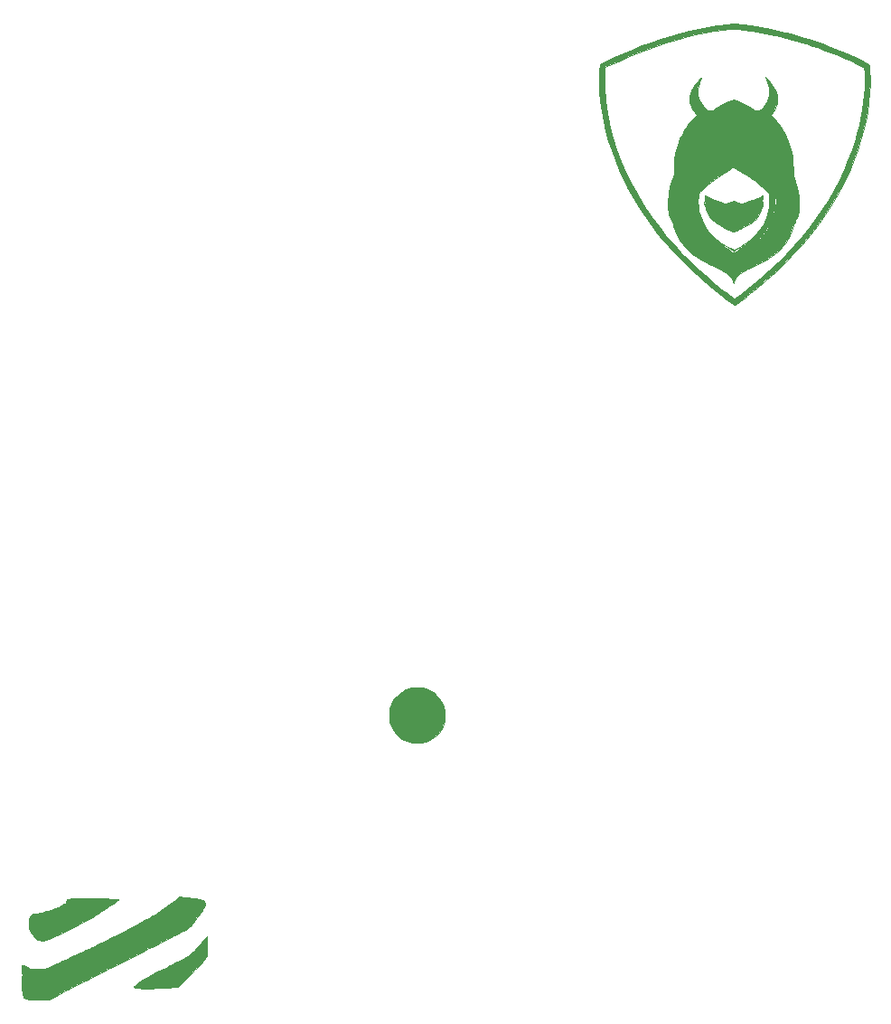
<source format=gbr>
%TF.GenerationSoftware,KiCad,Pcbnew,(6.0.11)*%
%TF.CreationDate,2023-04-07T19:54:21-05:00*%
%TF.ProjectId,GamePip,47616d65-5069-4702-9e6b-696361645f70,rev?*%
%TF.SameCoordinates,Original*%
%TF.FileFunction,Soldermask,Top*%
%TF.FilePolarity,Negative*%
%FSLAX46Y46*%
G04 Gerber Fmt 4.6, Leading zero omitted, Abs format (unit mm)*
G04 Created by KiCad (PCBNEW (6.0.11)) date 2023-04-07 19:54:21*
%MOMM*%
%LPD*%
G01*
G04 APERTURE LIST*
%ADD10C,0.010000*%
G04 APERTURE END LIST*
%TO.C,G\u002A\u002A\u002A*%
G36*
X179294596Y-72002727D02*
G01*
X179110728Y-71575566D01*
X178968630Y-71151794D01*
X178894542Y-70930861D01*
X178801708Y-70703910D01*
X178748811Y-70590878D01*
X178667107Y-70415906D01*
X178601206Y-70252680D01*
X178549583Y-70093495D01*
X178510710Y-69930648D01*
X178483060Y-69756434D01*
X178465106Y-69563150D01*
X178455321Y-69343093D01*
X178452187Y-69094333D01*
X178456205Y-68928637D01*
X181259891Y-68928637D01*
X181261197Y-69072119D01*
X181264941Y-69199699D01*
X181271269Y-69303061D01*
X181274996Y-69339432D01*
X181348465Y-69769138D01*
X181462861Y-70189288D01*
X181618318Y-70600198D01*
X181814970Y-71002187D01*
X182052950Y-71395572D01*
X182260221Y-71687250D01*
X182389284Y-71851626D01*
X182510562Y-71991328D01*
X182635793Y-72118433D01*
X182776713Y-72245018D01*
X182906886Y-72352622D01*
X182987965Y-72419195D01*
X183055057Y-72476824D01*
X183102228Y-72520216D01*
X183123545Y-72544078D01*
X183124135Y-72546383D01*
X183134707Y-72570193D01*
X183154656Y-72590095D01*
X183178983Y-72607756D01*
X183176620Y-72596929D01*
X183172200Y-72589379D01*
X183164648Y-72575056D01*
X183166227Y-72569303D01*
X183181149Y-72574589D01*
X183213628Y-72593382D01*
X183267876Y-72628151D01*
X183348106Y-72681365D01*
X183458530Y-72755494D01*
X183478000Y-72768598D01*
X183865285Y-73016117D01*
X184243788Y-73231770D01*
X184400898Y-73313069D01*
X184593546Y-73409600D01*
X184887731Y-73250530D01*
X185047335Y-73163553D01*
X185179727Y-73089545D01*
X185295407Y-73022239D01*
X185404875Y-72955370D01*
X185518631Y-72882673D01*
X185647175Y-72797883D01*
X185654703Y-72792864D01*
X185738610Y-72738079D01*
X185809190Y-72694226D01*
X185859445Y-72665492D01*
X185882378Y-72656066D01*
X185882867Y-72656312D01*
X185871892Y-72672829D01*
X185828908Y-72707042D01*
X185758835Y-72755950D01*
X185666595Y-72816551D01*
X185557106Y-72885844D01*
X185435290Y-72960828D01*
X185306066Y-73038502D01*
X185174356Y-73115865D01*
X185045078Y-73189915D01*
X184923154Y-73257652D01*
X184813504Y-73316074D01*
X184742708Y-73351764D01*
X184599833Y-73421419D01*
X184599833Y-73688360D01*
X184689792Y-73642508D01*
X184727349Y-73618331D01*
X184792946Y-73570602D01*
X184882071Y-73502829D01*
X184990209Y-73418522D01*
X185112847Y-73321190D01*
X185245472Y-73214341D01*
X185346966Y-73131557D01*
X185479192Y-73022561D01*
X185599844Y-72921993D01*
X185705277Y-72832978D01*
X185791846Y-72758642D01*
X185804266Y-72747681D01*
X186710146Y-72747681D01*
X186714660Y-72754518D01*
X186735783Y-72749369D01*
X186756777Y-72741477D01*
X186823481Y-72702371D01*
X186911672Y-72629577D01*
X187019441Y-72524685D01*
X187028967Y-72514834D01*
X187315240Y-72193647D01*
X187573784Y-71852119D01*
X187809313Y-71483528D01*
X188009164Y-71115844D01*
X188202497Y-70688905D01*
X188353764Y-70258456D01*
X188463138Y-69823782D01*
X188530793Y-69384171D01*
X188556903Y-68938907D01*
X188557239Y-68867626D01*
X188556538Y-68750358D01*
X188554346Y-68667304D01*
X188549456Y-68610343D01*
X188540662Y-68571356D01*
X188526756Y-68542225D01*
X188506534Y-68514829D01*
X188504427Y-68512250D01*
X188452377Y-68448750D01*
X188452272Y-68833957D01*
X188437590Y-69252321D01*
X188392570Y-69650019D01*
X188315398Y-70034610D01*
X188204256Y-70413650D01*
X188057331Y-70794696D01*
X187900671Y-71130361D01*
X187665683Y-71552819D01*
X187396281Y-71953189D01*
X187095386Y-72327349D01*
X186910502Y-72527727D01*
X186822418Y-72618883D01*
X186761409Y-72683502D01*
X186724857Y-72725222D01*
X186710146Y-72747681D01*
X185804266Y-72747681D01*
X185855907Y-72702110D01*
X185893814Y-72666505D01*
X185902774Y-72655052D01*
X185904014Y-72632324D01*
X185926329Y-72603946D01*
X185955253Y-72587260D01*
X185959683Y-72586833D01*
X185965445Y-72600210D01*
X185951800Y-72623875D01*
X185933500Y-72648942D01*
X185944402Y-72643739D01*
X185959558Y-72632060D01*
X185984669Y-72602976D01*
X185986250Y-72586833D01*
X185989992Y-72561635D01*
X186017512Y-72539269D01*
X186051225Y-72531575D01*
X186062676Y-72535365D01*
X186078298Y-72538791D01*
X186074407Y-72528981D01*
X186083263Y-72506470D01*
X186119313Y-72467723D01*
X186175020Y-72420709D01*
X186181466Y-72415797D01*
X186409338Y-72229517D01*
X186619817Y-72026435D01*
X186819252Y-71799555D01*
X187013994Y-71541883D01*
X187131122Y-71369750D01*
X187365662Y-70978608D01*
X187558294Y-70582590D01*
X187709255Y-70180812D01*
X187818784Y-69772390D01*
X187887117Y-69356441D01*
X187914491Y-68932081D01*
X187901327Y-68500830D01*
X187874786Y-68152417D01*
X187742393Y-67993667D01*
X187556542Y-67785779D01*
X187337138Y-67566321D01*
X187089702Y-67340016D01*
X186819754Y-67111584D01*
X186532816Y-66885749D01*
X186234407Y-66667232D01*
X186018000Y-66518715D01*
X185901683Y-66442439D01*
X185769758Y-66358142D01*
X185626677Y-66268468D01*
X185476894Y-66176061D01*
X185324864Y-66083566D01*
X185175040Y-65993628D01*
X185031874Y-65908892D01*
X184899822Y-65832001D01*
X184783336Y-65765602D01*
X184686870Y-65712339D01*
X184649391Y-65692825D01*
X185854784Y-65692825D01*
X185859951Y-65700383D01*
X185888596Y-65721306D01*
X185944084Y-65758141D01*
X186029779Y-65813439D01*
X186103118Y-65860391D01*
X186543125Y-66156729D01*
X186960106Y-66467733D01*
X187347900Y-66788531D01*
X187700342Y-67114251D01*
X187743922Y-67157381D01*
X188030882Y-67458172D01*
X188279567Y-67750220D01*
X188492296Y-68036800D01*
X188671386Y-68321190D01*
X188819154Y-68606664D01*
X188896562Y-68786912D01*
X188939730Y-68891237D01*
X188991423Y-69009689D01*
X189041251Y-69118523D01*
X189046516Y-69129609D01*
X189083329Y-69209451D01*
X189111763Y-69276281D01*
X189127603Y-69319946D01*
X189129500Y-69329433D01*
X189136439Y-69346236D01*
X189141123Y-69343766D01*
X189142636Y-69318757D01*
X189135250Y-69264713D01*
X189121450Y-69197363D01*
X189034677Y-68907022D01*
X188908165Y-68609185D01*
X188743442Y-68305800D01*
X188542036Y-67998818D01*
X188305474Y-67690186D01*
X188035285Y-67381853D01*
X187732995Y-67075769D01*
X187400132Y-66773882D01*
X187038225Y-66478141D01*
X186917583Y-66385912D01*
X186820263Y-66314294D01*
X186706636Y-66233291D01*
X186582433Y-66146731D01*
X186453386Y-66058438D01*
X186325224Y-65972237D01*
X186203678Y-65891954D01*
X186094480Y-65821415D01*
X186003360Y-65764445D01*
X185936050Y-65724870D01*
X185901428Y-65707607D01*
X185869731Y-65696083D01*
X185854784Y-65692825D01*
X184649391Y-65692825D01*
X184614879Y-65674856D01*
X184571814Y-65655797D01*
X184562056Y-65654134D01*
X184529185Y-65670973D01*
X184465456Y-65707344D01*
X184375822Y-65760204D01*
X184265236Y-65826514D01*
X184138652Y-65903229D01*
X184001024Y-65987310D01*
X183857306Y-66075713D01*
X183712452Y-66165397D01*
X183571414Y-66253321D01*
X183439147Y-66336443D01*
X183320605Y-66411720D01*
X183220741Y-66476111D01*
X183181667Y-66501749D01*
X182803162Y-66761711D01*
X182460921Y-67017618D01*
X182149686Y-67273662D01*
X181864198Y-67534039D01*
X181763163Y-67633194D01*
X181621818Y-67776765D01*
X181509581Y-67895670D01*
X181423749Y-67993179D01*
X181361621Y-68072559D01*
X181320496Y-68137079D01*
X181297671Y-68190007D01*
X181295062Y-68199497D01*
X181284813Y-68263756D01*
X181276123Y-68362008D01*
X181269140Y-68485939D01*
X181264009Y-68627231D01*
X181260877Y-68777569D01*
X181259891Y-68928637D01*
X178456205Y-68928637D01*
X178461508Y-68709997D01*
X178491693Y-68336272D01*
X178544188Y-67964895D01*
X178620440Y-67587596D01*
X178721895Y-67196112D01*
X178849999Y-66782174D01*
X178864196Y-66739627D01*
X178990305Y-66364003D01*
X179011134Y-65734210D01*
X179017308Y-65563905D01*
X179024341Y-65397466D01*
X179031841Y-65242400D01*
X179039417Y-65106213D01*
X179046676Y-64996413D01*
X179053227Y-64920506D01*
X179053960Y-64913917D01*
X179135008Y-64386472D01*
X179254639Y-63869980D01*
X179411685Y-63368880D01*
X179561035Y-62987750D01*
X179746411Y-62597321D01*
X179967456Y-62204783D01*
X180218759Y-61818251D01*
X180494908Y-61445840D01*
X180790491Y-61095664D01*
X180905779Y-60971171D01*
X181111442Y-60754873D01*
X181012045Y-60644320D01*
X180851620Y-60441759D01*
X180712318Y-60217420D01*
X180599738Y-59982015D01*
X180519484Y-59746254D01*
X180499918Y-59664933D01*
X180479757Y-59518324D01*
X180473711Y-59346355D01*
X180481051Y-59163308D01*
X180501046Y-58983468D01*
X180532963Y-58821118D01*
X180545424Y-58775700D01*
X180650759Y-58489390D01*
X180796495Y-58200278D01*
X180981065Y-57911114D01*
X181196221Y-57632583D01*
X181271623Y-57545057D01*
X181348133Y-57460047D01*
X181420750Y-57382661D01*
X181484472Y-57318010D01*
X181534294Y-57271201D01*
X181565217Y-57247344D01*
X181573000Y-57247791D01*
X181564139Y-57274210D01*
X181541426Y-57324833D01*
X181522496Y-57363412D01*
X181494181Y-57426282D01*
X181458357Y-57515680D01*
X181420409Y-57617811D01*
X181396811Y-57685500D01*
X181304271Y-58012776D01*
X181251378Y-58329540D01*
X181238067Y-58634869D01*
X181264275Y-58927838D01*
X181329939Y-59207524D01*
X181434995Y-59473004D01*
X181531673Y-59649462D01*
X181611787Y-59766128D01*
X181712429Y-59892505D01*
X181823711Y-60017606D01*
X181935745Y-60130444D01*
X182038645Y-60220029D01*
X182059003Y-60235474D01*
X182160755Y-60310167D01*
X182651469Y-60310167D01*
X182858360Y-60176647D01*
X183150575Y-59996427D01*
X183457899Y-59822249D01*
X183769136Y-59659942D01*
X184073087Y-59515333D01*
X184358555Y-59394248D01*
X184371858Y-59389027D01*
X184577800Y-59308531D01*
X184774025Y-59380546D01*
X184887783Y-59426254D01*
X185030396Y-59489747D01*
X185194328Y-59567179D01*
X185372044Y-59654706D01*
X185556008Y-59748482D01*
X185738687Y-59844660D01*
X185912543Y-59939396D01*
X186070043Y-60028843D01*
X186203651Y-60109155D01*
X186212370Y-60114622D01*
X186523157Y-60310167D01*
X187010635Y-60310167D01*
X187133443Y-60207313D01*
X187362921Y-59991439D01*
X187552568Y-59761359D01*
X187702604Y-59516578D01*
X187813249Y-59256600D01*
X187884724Y-58980931D01*
X187917247Y-58689077D01*
X187915655Y-58448739D01*
X187888967Y-58197070D01*
X187837969Y-57937999D01*
X187766283Y-57685523D01*
X187677530Y-57453640D01*
X187634851Y-57363412D01*
X187601110Y-57292696D01*
X187586721Y-57250919D01*
X187592975Y-57238776D01*
X187621161Y-57256959D01*
X187672570Y-57306164D01*
X187748491Y-57387082D01*
X187814038Y-57459747D01*
X188063806Y-57759336D01*
X188271822Y-58052089D01*
X188438105Y-58338040D01*
X188562676Y-58617225D01*
X188645553Y-58889679D01*
X188665870Y-58990027D01*
X188675398Y-59074152D01*
X188680905Y-59186596D01*
X188681908Y-59313492D01*
X188679950Y-59396315D01*
X188673048Y-59529739D01*
X188662189Y-59635228D01*
X188645200Y-59727143D01*
X188619908Y-59819847D01*
X188612138Y-59844500D01*
X188516990Y-60083366D01*
X188388225Y-60319755D01*
X188233310Y-60540982D01*
X188132520Y-60659417D01*
X188054738Y-60744083D01*
X188296859Y-61008667D01*
X188657686Y-61429485D01*
X188977636Y-61859212D01*
X189257556Y-62299592D01*
X189498291Y-62752371D01*
X189700687Y-63219291D01*
X189865591Y-63702099D01*
X189993848Y-64202538D01*
X190081435Y-64688415D01*
X190100131Y-64838959D01*
X190117628Y-65022063D01*
X190133333Y-65227957D01*
X190146652Y-65446871D01*
X190156994Y-65669037D01*
X190163765Y-65884684D01*
X190166373Y-66084043D01*
X190166380Y-66088667D01*
X190167260Y-66202911D01*
X190171028Y-66288183D01*
X190179824Y-66357836D01*
X190195792Y-66425225D01*
X190221073Y-66503704D01*
X190242769Y-66564917D01*
X190404510Y-67053860D01*
X190531428Y-67525690D01*
X190624537Y-67985828D01*
X190684852Y-68439693D01*
X190713388Y-68892706D01*
X190716136Y-69094333D01*
X190712379Y-69354407D01*
X190700657Y-69580775D01*
X190679311Y-69781591D01*
X190646687Y-69965008D01*
X190601126Y-70139182D01*
X190540972Y-70312266D01*
X190464568Y-70492414D01*
X190407664Y-70612553D01*
X190346534Y-70745259D01*
X190288208Y-70885746D01*
X190238918Y-71018327D01*
X190208673Y-71113467D01*
X190062466Y-71561388D01*
X189882361Y-71984100D01*
X189668021Y-72382191D01*
X189419114Y-72756249D01*
X189135303Y-73106864D01*
X188981717Y-73272010D01*
X188728539Y-73517611D01*
X188462543Y-73745745D01*
X188178170Y-73960274D01*
X187869855Y-74165063D01*
X187532036Y-74363977D01*
X187159151Y-74560880D01*
X187044583Y-74617705D01*
X186774489Y-74750023D01*
X186539389Y-74865446D01*
X186336193Y-74965573D01*
X186161814Y-75052001D01*
X186013165Y-75126327D01*
X185887158Y-75190151D01*
X185780704Y-75245068D01*
X185690716Y-75292678D01*
X185614106Y-75334578D01*
X185547785Y-75372365D01*
X185488667Y-75407637D01*
X185433664Y-75441993D01*
X185379686Y-75477029D01*
X185364808Y-75486866D01*
X185139344Y-75650309D01*
X184951398Y-75816324D01*
X184802003Y-75983663D01*
X184692189Y-76151079D01*
X184622990Y-76317323D01*
X184602503Y-76408539D01*
X184586323Y-76513250D01*
X184559186Y-76386250D01*
X184515487Y-76240310D01*
X184446412Y-76102377D01*
X184347195Y-75964585D01*
X184219213Y-75825185D01*
X184102322Y-75715471D01*
X183974379Y-75609842D01*
X183831161Y-75505690D01*
X183668450Y-75400406D01*
X183482024Y-75291380D01*
X183267664Y-75176005D01*
X183021148Y-75051672D01*
X182779500Y-74935255D01*
X182505251Y-74804590D01*
X182265123Y-74688334D01*
X182054424Y-74583987D01*
X181868464Y-74489049D01*
X181702553Y-74401021D01*
X181552000Y-74317403D01*
X181412116Y-74235695D01*
X181278209Y-74153398D01*
X181145590Y-74068013D01*
X181118044Y-74049840D01*
X180726407Y-73767387D01*
X180370391Y-73462155D01*
X180049599Y-73133608D01*
X179763634Y-72781212D01*
X179654748Y-72618108D01*
X183202833Y-72618108D01*
X183218584Y-72632606D01*
X183263372Y-72670865D01*
X183333500Y-72729801D01*
X183425274Y-72806333D01*
X183534996Y-72897375D01*
X183658970Y-72999845D01*
X183778003Y-73097913D01*
X183985966Y-73267301D01*
X184163085Y-73407918D01*
X184309486Y-73519858D01*
X184425295Y-73603213D01*
X184510635Y-73658075D01*
X184565633Y-73684537D01*
X184573375Y-73686501D01*
X184576182Y-73667840D01*
X184578100Y-73618375D01*
X184578667Y-73562322D01*
X184578667Y-73437143D01*
X184312458Y-73296302D01*
X184017721Y-73134321D01*
X183741428Y-72968940D01*
X183461399Y-72786819D01*
X183430375Y-72765842D01*
X183345817Y-72708954D01*
X183275497Y-72662555D01*
X183225894Y-72630851D01*
X183203483Y-72618047D01*
X183202833Y-72618108D01*
X179654748Y-72618108D01*
X179512099Y-72404430D01*
X179294596Y-72002727D01*
G37*
D10*
X179294596Y-72002727D02*
X179110728Y-71575566D01*
X178968630Y-71151794D01*
X178894542Y-70930861D01*
X178801708Y-70703910D01*
X178748811Y-70590878D01*
X178667107Y-70415906D01*
X178601206Y-70252680D01*
X178549583Y-70093495D01*
X178510710Y-69930648D01*
X178483060Y-69756434D01*
X178465106Y-69563150D01*
X178455321Y-69343093D01*
X178452187Y-69094333D01*
X178456205Y-68928637D01*
X181259891Y-68928637D01*
X181261197Y-69072119D01*
X181264941Y-69199699D01*
X181271269Y-69303061D01*
X181274996Y-69339432D01*
X181348465Y-69769138D01*
X181462861Y-70189288D01*
X181618318Y-70600198D01*
X181814970Y-71002187D01*
X182052950Y-71395572D01*
X182260221Y-71687250D01*
X182389284Y-71851626D01*
X182510562Y-71991328D01*
X182635793Y-72118433D01*
X182776713Y-72245018D01*
X182906886Y-72352622D01*
X182987965Y-72419195D01*
X183055057Y-72476824D01*
X183102228Y-72520216D01*
X183123545Y-72544078D01*
X183124135Y-72546383D01*
X183134707Y-72570193D01*
X183154656Y-72590095D01*
X183178983Y-72607756D01*
X183176620Y-72596929D01*
X183172200Y-72589379D01*
X183164648Y-72575056D01*
X183166227Y-72569303D01*
X183181149Y-72574589D01*
X183213628Y-72593382D01*
X183267876Y-72628151D01*
X183348106Y-72681365D01*
X183458530Y-72755494D01*
X183478000Y-72768598D01*
X183865285Y-73016117D01*
X184243788Y-73231770D01*
X184400898Y-73313069D01*
X184593546Y-73409600D01*
X184887731Y-73250530D01*
X185047335Y-73163553D01*
X185179727Y-73089545D01*
X185295407Y-73022239D01*
X185404875Y-72955370D01*
X185518631Y-72882673D01*
X185647175Y-72797883D01*
X185654703Y-72792864D01*
X185738610Y-72738079D01*
X185809190Y-72694226D01*
X185859445Y-72665492D01*
X185882378Y-72656066D01*
X185882867Y-72656312D01*
X185871892Y-72672829D01*
X185828908Y-72707042D01*
X185758835Y-72755950D01*
X185666595Y-72816551D01*
X185557106Y-72885844D01*
X185435290Y-72960828D01*
X185306066Y-73038502D01*
X185174356Y-73115865D01*
X185045078Y-73189915D01*
X184923154Y-73257652D01*
X184813504Y-73316074D01*
X184742708Y-73351764D01*
X184599833Y-73421419D01*
X184599833Y-73688360D01*
X184689792Y-73642508D01*
X184727349Y-73618331D01*
X184792946Y-73570602D01*
X184882071Y-73502829D01*
X184990209Y-73418522D01*
X185112847Y-73321190D01*
X185245472Y-73214341D01*
X185346966Y-73131557D01*
X185479192Y-73022561D01*
X185599844Y-72921993D01*
X185705277Y-72832978D01*
X185791846Y-72758642D01*
X185804266Y-72747681D01*
X186710146Y-72747681D01*
X186714660Y-72754518D01*
X186735783Y-72749369D01*
X186756777Y-72741477D01*
X186823481Y-72702371D01*
X186911672Y-72629577D01*
X187019441Y-72524685D01*
X187028967Y-72514834D01*
X187315240Y-72193647D01*
X187573784Y-71852119D01*
X187809313Y-71483528D01*
X188009164Y-71115844D01*
X188202497Y-70688905D01*
X188353764Y-70258456D01*
X188463138Y-69823782D01*
X188530793Y-69384171D01*
X188556903Y-68938907D01*
X188557239Y-68867626D01*
X188556538Y-68750358D01*
X188554346Y-68667304D01*
X188549456Y-68610343D01*
X188540662Y-68571356D01*
X188526756Y-68542225D01*
X188506534Y-68514829D01*
X188504427Y-68512250D01*
X188452377Y-68448750D01*
X188452272Y-68833957D01*
X188437590Y-69252321D01*
X188392570Y-69650019D01*
X188315398Y-70034610D01*
X188204256Y-70413650D01*
X188057331Y-70794696D01*
X187900671Y-71130361D01*
X187665683Y-71552819D01*
X187396281Y-71953189D01*
X187095386Y-72327349D01*
X186910502Y-72527727D01*
X186822418Y-72618883D01*
X186761409Y-72683502D01*
X186724857Y-72725222D01*
X186710146Y-72747681D01*
X185804266Y-72747681D01*
X185855907Y-72702110D01*
X185893814Y-72666505D01*
X185902774Y-72655052D01*
X185904014Y-72632324D01*
X185926329Y-72603946D01*
X185955253Y-72587260D01*
X185959683Y-72586833D01*
X185965445Y-72600210D01*
X185951800Y-72623875D01*
X185933500Y-72648942D01*
X185944402Y-72643739D01*
X185959558Y-72632060D01*
X185984669Y-72602976D01*
X185986250Y-72586833D01*
X185989992Y-72561635D01*
X186017512Y-72539269D01*
X186051225Y-72531575D01*
X186062676Y-72535365D01*
X186078298Y-72538791D01*
X186074407Y-72528981D01*
X186083263Y-72506470D01*
X186119313Y-72467723D01*
X186175020Y-72420709D01*
X186181466Y-72415797D01*
X186409338Y-72229517D01*
X186619817Y-72026435D01*
X186819252Y-71799555D01*
X187013994Y-71541883D01*
X187131122Y-71369750D01*
X187365662Y-70978608D01*
X187558294Y-70582590D01*
X187709255Y-70180812D01*
X187818784Y-69772390D01*
X187887117Y-69356441D01*
X187914491Y-68932081D01*
X187901327Y-68500830D01*
X187874786Y-68152417D01*
X187742393Y-67993667D01*
X187556542Y-67785779D01*
X187337138Y-67566321D01*
X187089702Y-67340016D01*
X186819754Y-67111584D01*
X186532816Y-66885749D01*
X186234407Y-66667232D01*
X186018000Y-66518715D01*
X185901683Y-66442439D01*
X185769758Y-66358142D01*
X185626677Y-66268468D01*
X185476894Y-66176061D01*
X185324864Y-66083566D01*
X185175040Y-65993628D01*
X185031874Y-65908892D01*
X184899822Y-65832001D01*
X184783336Y-65765602D01*
X184686870Y-65712339D01*
X184649391Y-65692825D01*
X185854784Y-65692825D01*
X185859951Y-65700383D01*
X185888596Y-65721306D01*
X185944084Y-65758141D01*
X186029779Y-65813439D01*
X186103118Y-65860391D01*
X186543125Y-66156729D01*
X186960106Y-66467733D01*
X187347900Y-66788531D01*
X187700342Y-67114251D01*
X187743922Y-67157381D01*
X188030882Y-67458172D01*
X188279567Y-67750220D01*
X188492296Y-68036800D01*
X188671386Y-68321190D01*
X188819154Y-68606664D01*
X188896562Y-68786912D01*
X188939730Y-68891237D01*
X188991423Y-69009689D01*
X189041251Y-69118523D01*
X189046516Y-69129609D01*
X189083329Y-69209451D01*
X189111763Y-69276281D01*
X189127603Y-69319946D01*
X189129500Y-69329433D01*
X189136439Y-69346236D01*
X189141123Y-69343766D01*
X189142636Y-69318757D01*
X189135250Y-69264713D01*
X189121450Y-69197363D01*
X189034677Y-68907022D01*
X188908165Y-68609185D01*
X188743442Y-68305800D01*
X188542036Y-67998818D01*
X188305474Y-67690186D01*
X188035285Y-67381853D01*
X187732995Y-67075769D01*
X187400132Y-66773882D01*
X187038225Y-66478141D01*
X186917583Y-66385912D01*
X186820263Y-66314294D01*
X186706636Y-66233291D01*
X186582433Y-66146731D01*
X186453386Y-66058438D01*
X186325224Y-65972237D01*
X186203678Y-65891954D01*
X186094480Y-65821415D01*
X186003360Y-65764445D01*
X185936050Y-65724870D01*
X185901428Y-65707607D01*
X185869731Y-65696083D01*
X185854784Y-65692825D01*
X184649391Y-65692825D01*
X184614879Y-65674856D01*
X184571814Y-65655797D01*
X184562056Y-65654134D01*
X184529185Y-65670973D01*
X184465456Y-65707344D01*
X184375822Y-65760204D01*
X184265236Y-65826514D01*
X184138652Y-65903229D01*
X184001024Y-65987310D01*
X183857306Y-66075713D01*
X183712452Y-66165397D01*
X183571414Y-66253321D01*
X183439147Y-66336443D01*
X183320605Y-66411720D01*
X183220741Y-66476111D01*
X183181667Y-66501749D01*
X182803162Y-66761711D01*
X182460921Y-67017618D01*
X182149686Y-67273662D01*
X181864198Y-67534039D01*
X181763163Y-67633194D01*
X181621818Y-67776765D01*
X181509581Y-67895670D01*
X181423749Y-67993179D01*
X181361621Y-68072559D01*
X181320496Y-68137079D01*
X181297671Y-68190007D01*
X181295062Y-68199497D01*
X181284813Y-68263756D01*
X181276123Y-68362008D01*
X181269140Y-68485939D01*
X181264009Y-68627231D01*
X181260877Y-68777569D01*
X181259891Y-68928637D01*
X178456205Y-68928637D01*
X178461508Y-68709997D01*
X178491693Y-68336272D01*
X178544188Y-67964895D01*
X178620440Y-67587596D01*
X178721895Y-67196112D01*
X178849999Y-66782174D01*
X178864196Y-66739627D01*
X178990305Y-66364003D01*
X179011134Y-65734210D01*
X179017308Y-65563905D01*
X179024341Y-65397466D01*
X179031841Y-65242400D01*
X179039417Y-65106213D01*
X179046676Y-64996413D01*
X179053227Y-64920506D01*
X179053960Y-64913917D01*
X179135008Y-64386472D01*
X179254639Y-63869980D01*
X179411685Y-63368880D01*
X179561035Y-62987750D01*
X179746411Y-62597321D01*
X179967456Y-62204783D01*
X180218759Y-61818251D01*
X180494908Y-61445840D01*
X180790491Y-61095664D01*
X180905779Y-60971171D01*
X181111442Y-60754873D01*
X181012045Y-60644320D01*
X180851620Y-60441759D01*
X180712318Y-60217420D01*
X180599738Y-59982015D01*
X180519484Y-59746254D01*
X180499918Y-59664933D01*
X180479757Y-59518324D01*
X180473711Y-59346355D01*
X180481051Y-59163308D01*
X180501046Y-58983468D01*
X180532963Y-58821118D01*
X180545424Y-58775700D01*
X180650759Y-58489390D01*
X180796495Y-58200278D01*
X180981065Y-57911114D01*
X181196221Y-57632583D01*
X181271623Y-57545057D01*
X181348133Y-57460047D01*
X181420750Y-57382661D01*
X181484472Y-57318010D01*
X181534294Y-57271201D01*
X181565217Y-57247344D01*
X181573000Y-57247791D01*
X181564139Y-57274210D01*
X181541426Y-57324833D01*
X181522496Y-57363412D01*
X181494181Y-57426282D01*
X181458357Y-57515680D01*
X181420409Y-57617811D01*
X181396811Y-57685500D01*
X181304271Y-58012776D01*
X181251378Y-58329540D01*
X181238067Y-58634869D01*
X181264275Y-58927838D01*
X181329939Y-59207524D01*
X181434995Y-59473004D01*
X181531673Y-59649462D01*
X181611787Y-59766128D01*
X181712429Y-59892505D01*
X181823711Y-60017606D01*
X181935745Y-60130444D01*
X182038645Y-60220029D01*
X182059003Y-60235474D01*
X182160755Y-60310167D01*
X182651469Y-60310167D01*
X182858360Y-60176647D01*
X183150575Y-59996427D01*
X183457899Y-59822249D01*
X183769136Y-59659942D01*
X184073087Y-59515333D01*
X184358555Y-59394248D01*
X184371858Y-59389027D01*
X184577800Y-59308531D01*
X184774025Y-59380546D01*
X184887783Y-59426254D01*
X185030396Y-59489747D01*
X185194328Y-59567179D01*
X185372044Y-59654706D01*
X185556008Y-59748482D01*
X185738687Y-59844660D01*
X185912543Y-59939396D01*
X186070043Y-60028843D01*
X186203651Y-60109155D01*
X186212370Y-60114622D01*
X186523157Y-60310167D01*
X187010635Y-60310167D01*
X187133443Y-60207313D01*
X187362921Y-59991439D01*
X187552568Y-59761359D01*
X187702604Y-59516578D01*
X187813249Y-59256600D01*
X187884724Y-58980931D01*
X187917247Y-58689077D01*
X187915655Y-58448739D01*
X187888967Y-58197070D01*
X187837969Y-57937999D01*
X187766283Y-57685523D01*
X187677530Y-57453640D01*
X187634851Y-57363412D01*
X187601110Y-57292696D01*
X187586721Y-57250919D01*
X187592975Y-57238776D01*
X187621161Y-57256959D01*
X187672570Y-57306164D01*
X187748491Y-57387082D01*
X187814038Y-57459747D01*
X188063806Y-57759336D01*
X188271822Y-58052089D01*
X188438105Y-58338040D01*
X188562676Y-58617225D01*
X188645553Y-58889679D01*
X188665870Y-58990027D01*
X188675398Y-59074152D01*
X188680905Y-59186596D01*
X188681908Y-59313492D01*
X188679950Y-59396315D01*
X188673048Y-59529739D01*
X188662189Y-59635228D01*
X188645200Y-59727143D01*
X188619908Y-59819847D01*
X188612138Y-59844500D01*
X188516990Y-60083366D01*
X188388225Y-60319755D01*
X188233310Y-60540982D01*
X188132520Y-60659417D01*
X188054738Y-60744083D01*
X188296859Y-61008667D01*
X188657686Y-61429485D01*
X188977636Y-61859212D01*
X189257556Y-62299592D01*
X189498291Y-62752371D01*
X189700687Y-63219291D01*
X189865591Y-63702099D01*
X189993848Y-64202538D01*
X190081435Y-64688415D01*
X190100131Y-64838959D01*
X190117628Y-65022063D01*
X190133333Y-65227957D01*
X190146652Y-65446871D01*
X190156994Y-65669037D01*
X190163765Y-65884684D01*
X190166373Y-66084043D01*
X190166380Y-66088667D01*
X190167260Y-66202911D01*
X190171028Y-66288183D01*
X190179824Y-66357836D01*
X190195792Y-66425225D01*
X190221073Y-66503704D01*
X190242769Y-66564917D01*
X190404510Y-67053860D01*
X190531428Y-67525690D01*
X190624537Y-67985828D01*
X190684852Y-68439693D01*
X190713388Y-68892706D01*
X190716136Y-69094333D01*
X190712379Y-69354407D01*
X190700657Y-69580775D01*
X190679311Y-69781591D01*
X190646687Y-69965008D01*
X190601126Y-70139182D01*
X190540972Y-70312266D01*
X190464568Y-70492414D01*
X190407664Y-70612553D01*
X190346534Y-70745259D01*
X190288208Y-70885746D01*
X190238918Y-71018327D01*
X190208673Y-71113467D01*
X190062466Y-71561388D01*
X189882361Y-71984100D01*
X189668021Y-72382191D01*
X189419114Y-72756249D01*
X189135303Y-73106864D01*
X188981717Y-73272010D01*
X188728539Y-73517611D01*
X188462543Y-73745745D01*
X188178170Y-73960274D01*
X187869855Y-74165063D01*
X187532036Y-74363977D01*
X187159151Y-74560880D01*
X187044583Y-74617705D01*
X186774489Y-74750023D01*
X186539389Y-74865446D01*
X186336193Y-74965573D01*
X186161814Y-75052001D01*
X186013165Y-75126327D01*
X185887158Y-75190151D01*
X185780704Y-75245068D01*
X185690716Y-75292678D01*
X185614106Y-75334578D01*
X185547785Y-75372365D01*
X185488667Y-75407637D01*
X185433664Y-75441993D01*
X185379686Y-75477029D01*
X185364808Y-75486866D01*
X185139344Y-75650309D01*
X184951398Y-75816324D01*
X184802003Y-75983663D01*
X184692189Y-76151079D01*
X184622990Y-76317323D01*
X184602503Y-76408539D01*
X184586323Y-76513250D01*
X184559186Y-76386250D01*
X184515487Y-76240310D01*
X184446412Y-76102377D01*
X184347195Y-75964585D01*
X184219213Y-75825185D01*
X184102322Y-75715471D01*
X183974379Y-75609842D01*
X183831161Y-75505690D01*
X183668450Y-75400406D01*
X183482024Y-75291380D01*
X183267664Y-75176005D01*
X183021148Y-75051672D01*
X182779500Y-74935255D01*
X182505251Y-74804590D01*
X182265123Y-74688334D01*
X182054424Y-74583987D01*
X181868464Y-74489049D01*
X181702553Y-74401021D01*
X181552000Y-74317403D01*
X181412116Y-74235695D01*
X181278209Y-74153398D01*
X181145590Y-74068013D01*
X181118044Y-74049840D01*
X180726407Y-73767387D01*
X180370391Y-73462155D01*
X180049599Y-73133608D01*
X179763634Y-72781212D01*
X179654748Y-72618108D01*
X183202833Y-72618108D01*
X183218584Y-72632606D01*
X183263372Y-72670865D01*
X183333500Y-72729801D01*
X183425274Y-72806333D01*
X183534996Y-72897375D01*
X183658970Y-72999845D01*
X183778003Y-73097913D01*
X183985966Y-73267301D01*
X184163085Y-73407918D01*
X184309486Y-73519858D01*
X184425295Y-73603213D01*
X184510635Y-73658075D01*
X184565633Y-73684537D01*
X184573375Y-73686501D01*
X184576182Y-73667840D01*
X184578100Y-73618375D01*
X184578667Y-73562322D01*
X184578667Y-73437143D01*
X184312458Y-73296302D01*
X184017721Y-73134321D01*
X183741428Y-72968940D01*
X183461399Y-72786819D01*
X183430375Y-72765842D01*
X183345817Y-72708954D01*
X183275497Y-72662555D01*
X183225894Y-72630851D01*
X183203483Y-72618047D01*
X183202833Y-72618108D01*
X179654748Y-72618108D01*
X179512099Y-72404430D01*
X179294596Y-72002727D01*
G36*
X132815583Y-133938275D02*
G01*
X132890415Y-133948829D01*
X132998995Y-133962439D01*
X133132927Y-133978139D01*
X133283818Y-133994965D01*
X133443273Y-134011949D01*
X133555238Y-134023389D01*
X133827031Y-134052542D01*
X134060776Y-134081974D01*
X134260754Y-134112549D01*
X134431248Y-134145128D01*
X134576538Y-134180574D01*
X134700906Y-134219750D01*
X134808633Y-134263517D01*
X134852249Y-134284648D01*
X134954925Y-134353950D01*
X135022459Y-134440146D01*
X135055026Y-134544799D01*
X135052802Y-134669469D01*
X135015964Y-134815719D01*
X134944687Y-134985111D01*
X134933716Y-135007291D01*
X134907045Y-135051577D01*
X134857127Y-135125640D01*
X134786678Y-135225821D01*
X134698413Y-135348462D01*
X134595050Y-135489902D01*
X134479304Y-135646483D01*
X134353892Y-135814545D01*
X134221531Y-135990430D01*
X134084935Y-136170478D01*
X133946823Y-136351031D01*
X133809909Y-136528429D01*
X133695639Y-136675109D01*
X133642939Y-136733579D01*
X133573481Y-136794027D01*
X133483109Y-136859169D01*
X133367668Y-136931724D01*
X133223003Y-137014406D01*
X133044959Y-137109934D01*
X132974333Y-137146727D01*
X132828625Y-137222473D01*
X132675637Y-137302532D01*
X132526143Y-137381230D01*
X132390919Y-137452891D01*
X132280737Y-137511842D01*
X132265250Y-137520203D01*
X132217928Y-137545078D01*
X132134820Y-137587923D01*
X132017966Y-137647703D01*
X131869410Y-137723386D01*
X131691193Y-137813941D01*
X131485359Y-137918333D01*
X131253948Y-138035530D01*
X130999004Y-138164500D01*
X130722568Y-138304210D01*
X130426683Y-138453627D01*
X130113390Y-138611718D01*
X129784733Y-138777451D01*
X129442754Y-138949793D01*
X129089494Y-139127711D01*
X128726996Y-139310173D01*
X128434083Y-139457530D01*
X127874155Y-139739213D01*
X127350068Y-140003006D01*
X126859794Y-140249947D01*
X126401308Y-140481074D01*
X125972583Y-140697423D01*
X125571593Y-140900033D01*
X125196310Y-141089939D01*
X124844710Y-141268180D01*
X124514764Y-141435792D01*
X124204447Y-141593813D01*
X123911733Y-141743280D01*
X123634594Y-141885230D01*
X123371004Y-142020701D01*
X123118937Y-142150729D01*
X122876367Y-142276353D01*
X122641266Y-142398609D01*
X122411609Y-142518534D01*
X122185368Y-142637165D01*
X121960518Y-142755541D01*
X121735032Y-142874697D01*
X121506884Y-142995672D01*
X121274046Y-143119503D01*
X121140245Y-143190806D01*
X120450407Y-143558667D01*
X120187745Y-143554000D01*
X120104005Y-143552588D01*
X119984923Y-143550688D01*
X119837484Y-143548406D01*
X119668677Y-143545849D01*
X119485487Y-143543121D01*
X119294901Y-143540330D01*
X119141917Y-143538125D01*
X118935664Y-143534992D01*
X118767319Y-143531914D01*
X118632456Y-143528639D01*
X118526652Y-143524915D01*
X118445481Y-143520491D01*
X118384518Y-143515114D01*
X118339339Y-143508534D01*
X118305519Y-143500498D01*
X118278633Y-143490754D01*
X118274083Y-143488752D01*
X118178311Y-143433421D01*
X118102659Y-143360086D01*
X118044061Y-143263239D01*
X117999455Y-143137371D01*
X117965776Y-142976973D01*
X117956969Y-142918620D01*
X117927207Y-142634992D01*
X117911764Y-142311962D01*
X117910652Y-141949972D01*
X117922270Y-141583452D01*
X117929488Y-141423134D01*
X117934346Y-141298273D01*
X117936633Y-141202048D01*
X117936137Y-141127636D01*
X117932647Y-141068216D01*
X117925952Y-141016967D01*
X117915841Y-140967066D01*
X117902101Y-140911693D01*
X117901377Y-140908899D01*
X117878756Y-140801813D01*
X117861746Y-140684211D01*
X117853995Y-140581368D01*
X117853976Y-140580446D01*
X117853383Y-140498333D01*
X117857993Y-140446293D01*
X117871188Y-140412104D01*
X117896352Y-140383546D01*
X117912412Y-140369336D01*
X117966652Y-140332929D01*
X118019118Y-140326050D01*
X118039412Y-140329130D01*
X118134277Y-140359437D01*
X118248557Y-140414548D01*
X118372000Y-140489071D01*
X118456704Y-140548651D01*
X118591889Y-140649704D01*
X119001979Y-140688704D01*
X119241306Y-140707308D01*
X119452362Y-140713434D01*
X119647629Y-140706053D01*
X119839592Y-140684137D01*
X120040734Y-140646656D01*
X120263539Y-140592583D01*
X120306083Y-140581230D01*
X120341578Y-140567903D01*
X120412709Y-140537801D01*
X120516803Y-140492163D01*
X120651185Y-140432224D01*
X120813182Y-140359221D01*
X121000118Y-140274390D01*
X121209321Y-140178969D01*
X121438114Y-140074193D01*
X121683825Y-139961300D01*
X121943778Y-139841525D01*
X122215300Y-139716106D01*
X122495717Y-139586278D01*
X122782354Y-139453279D01*
X123072536Y-139318344D01*
X123363591Y-139182711D01*
X123652842Y-139047617D01*
X123937617Y-138914296D01*
X124215241Y-138783987D01*
X124483039Y-138657925D01*
X124738338Y-138537348D01*
X124978463Y-138423491D01*
X125174417Y-138330164D01*
X125783215Y-138036847D01*
X126375044Y-137746392D01*
X126947255Y-137460188D01*
X127497201Y-137179622D01*
X128022233Y-136906084D01*
X128519703Y-136640961D01*
X128986964Y-136385643D01*
X129421365Y-136141516D01*
X129820261Y-135909971D01*
X130032167Y-135783282D01*
X130384998Y-135565792D01*
X130728286Y-135346291D01*
X131058381Y-135127388D01*
X131371629Y-134911690D01*
X131664380Y-134701806D01*
X131932981Y-134500346D01*
X132173781Y-134309917D01*
X132383128Y-134133128D01*
X132529833Y-133999145D01*
X132625083Y-133908220D01*
X132815583Y-133938275D01*
G37*
X132815583Y-133938275D02*
X132890415Y-133948829D01*
X132998995Y-133962439D01*
X133132927Y-133978139D01*
X133283818Y-133994965D01*
X133443273Y-134011949D01*
X133555238Y-134023389D01*
X133827031Y-134052542D01*
X134060776Y-134081974D01*
X134260754Y-134112549D01*
X134431248Y-134145128D01*
X134576538Y-134180574D01*
X134700906Y-134219750D01*
X134808633Y-134263517D01*
X134852249Y-134284648D01*
X134954925Y-134353950D01*
X135022459Y-134440146D01*
X135055026Y-134544799D01*
X135052802Y-134669469D01*
X135015964Y-134815719D01*
X134944687Y-134985111D01*
X134933716Y-135007291D01*
X134907045Y-135051577D01*
X134857127Y-135125640D01*
X134786678Y-135225821D01*
X134698413Y-135348462D01*
X134595050Y-135489902D01*
X134479304Y-135646483D01*
X134353892Y-135814545D01*
X134221531Y-135990430D01*
X134084935Y-136170478D01*
X133946823Y-136351031D01*
X133809909Y-136528429D01*
X133695639Y-136675109D01*
X133642939Y-136733579D01*
X133573481Y-136794027D01*
X133483109Y-136859169D01*
X133367668Y-136931724D01*
X133223003Y-137014406D01*
X133044959Y-137109934D01*
X132974333Y-137146727D01*
X132828625Y-137222473D01*
X132675637Y-137302532D01*
X132526143Y-137381230D01*
X132390919Y-137452891D01*
X132280737Y-137511842D01*
X132265250Y-137520203D01*
X132217928Y-137545078D01*
X132134820Y-137587923D01*
X132017966Y-137647703D01*
X131869410Y-137723386D01*
X131691193Y-137813941D01*
X131485359Y-137918333D01*
X131253948Y-138035530D01*
X130999004Y-138164500D01*
X130722568Y-138304210D01*
X130426683Y-138453627D01*
X130113390Y-138611718D01*
X129784733Y-138777451D01*
X129442754Y-138949793D01*
X129089494Y-139127711D01*
X128726996Y-139310173D01*
X128434083Y-139457530D01*
X127874155Y-139739213D01*
X127350068Y-140003006D01*
X126859794Y-140249947D01*
X126401308Y-140481074D01*
X125972583Y-140697423D01*
X125571593Y-140900033D01*
X125196310Y-141089939D01*
X124844710Y-141268180D01*
X124514764Y-141435792D01*
X124204447Y-141593813D01*
X123911733Y-141743280D01*
X123634594Y-141885230D01*
X123371004Y-142020701D01*
X123118937Y-142150729D01*
X122876367Y-142276353D01*
X122641266Y-142398609D01*
X122411609Y-142518534D01*
X122185368Y-142637165D01*
X121960518Y-142755541D01*
X121735032Y-142874697D01*
X121506884Y-142995672D01*
X121274046Y-143119503D01*
X121140245Y-143190806D01*
X120450407Y-143558667D01*
X120187745Y-143554000D01*
X120104005Y-143552588D01*
X119984923Y-143550688D01*
X119837484Y-143548406D01*
X119668677Y-143545849D01*
X119485487Y-143543121D01*
X119294901Y-143540330D01*
X119141917Y-143538125D01*
X118935664Y-143534992D01*
X118767319Y-143531914D01*
X118632456Y-143528639D01*
X118526652Y-143524915D01*
X118445481Y-143520491D01*
X118384518Y-143515114D01*
X118339339Y-143508534D01*
X118305519Y-143500498D01*
X118278633Y-143490754D01*
X118274083Y-143488752D01*
X118178311Y-143433421D01*
X118102659Y-143360086D01*
X118044061Y-143263239D01*
X117999455Y-143137371D01*
X117965776Y-142976973D01*
X117956969Y-142918620D01*
X117927207Y-142634992D01*
X117911764Y-142311962D01*
X117910652Y-141949972D01*
X117922270Y-141583452D01*
X117929488Y-141423134D01*
X117934346Y-141298273D01*
X117936633Y-141202048D01*
X117936137Y-141127636D01*
X117932647Y-141068216D01*
X117925952Y-141016967D01*
X117915841Y-140967066D01*
X117902101Y-140911693D01*
X117901377Y-140908899D01*
X117878756Y-140801813D01*
X117861746Y-140684211D01*
X117853995Y-140581368D01*
X117853976Y-140580446D01*
X117853383Y-140498333D01*
X117857993Y-140446293D01*
X117871188Y-140412104D01*
X117896352Y-140383546D01*
X117912412Y-140369336D01*
X117966652Y-140332929D01*
X118019118Y-140326050D01*
X118039412Y-140329130D01*
X118134277Y-140359437D01*
X118248557Y-140414548D01*
X118372000Y-140489071D01*
X118456704Y-140548651D01*
X118591889Y-140649704D01*
X119001979Y-140688704D01*
X119241306Y-140707308D01*
X119452362Y-140713434D01*
X119647629Y-140706053D01*
X119839592Y-140684137D01*
X120040734Y-140646656D01*
X120263539Y-140592583D01*
X120306083Y-140581230D01*
X120341578Y-140567903D01*
X120412709Y-140537801D01*
X120516803Y-140492163D01*
X120651185Y-140432224D01*
X120813182Y-140359221D01*
X121000118Y-140274390D01*
X121209321Y-140178969D01*
X121438114Y-140074193D01*
X121683825Y-139961300D01*
X121943778Y-139841525D01*
X122215300Y-139716106D01*
X122495717Y-139586278D01*
X122782354Y-139453279D01*
X123072536Y-139318344D01*
X123363591Y-139182711D01*
X123652842Y-139047617D01*
X123937617Y-138914296D01*
X124215241Y-138783987D01*
X124483039Y-138657925D01*
X124738338Y-138537348D01*
X124978463Y-138423491D01*
X125174417Y-138330164D01*
X125783215Y-138036847D01*
X126375044Y-137746392D01*
X126947255Y-137460188D01*
X127497201Y-137179622D01*
X128022233Y-136906084D01*
X128519703Y-136640961D01*
X128986964Y-136385643D01*
X129421365Y-136141516D01*
X129820261Y-135909971D01*
X130032167Y-135783282D01*
X130384998Y-135565792D01*
X130728286Y-135346291D01*
X131058381Y-135127388D01*
X131371629Y-134911690D01*
X131664380Y-134701806D01*
X131932981Y-134500346D01*
X132173781Y-134309917D01*
X132383128Y-134133128D01*
X132529833Y-133999145D01*
X132625083Y-133908220D01*
X132815583Y-133938275D01*
G36*
X183160500Y-72555083D02*
G01*
X183149917Y-72565667D01*
X183139333Y-72555083D01*
X183149917Y-72544500D01*
X183160500Y-72555083D01*
G37*
X183160500Y-72555083D02*
X183149917Y-72565667D01*
X183139333Y-72555083D01*
X183149917Y-72544500D01*
X183160500Y-72555083D01*
G36*
X124640583Y-134085061D02*
G01*
X125118602Y-134096017D01*
X125327524Y-134102244D01*
X125544209Y-134108133D01*
X125760093Y-134113488D01*
X125966611Y-134118117D01*
X126155201Y-134121826D01*
X126317298Y-134124421D01*
X126427487Y-134125605D01*
X126594108Y-134127201D01*
X126722395Y-134130020D01*
X126816348Y-134135062D01*
X126879967Y-134143330D01*
X126917249Y-134155825D01*
X126932196Y-134173549D01*
X126928806Y-134197502D01*
X126911078Y-134228688D01*
X126900421Y-134244039D01*
X126871777Y-134270965D01*
X126810865Y-134318304D01*
X126721143Y-134383757D01*
X126606067Y-134465022D01*
X126469094Y-134559800D01*
X126313681Y-134665791D01*
X126143284Y-134780694D01*
X125961360Y-134902208D01*
X125771366Y-135028034D01*
X125576758Y-135155872D01*
X125380994Y-135283420D01*
X125187529Y-135408378D01*
X124999821Y-135528447D01*
X124821325Y-135641326D01*
X124655500Y-135744714D01*
X124526955Y-135823498D01*
X124121764Y-136062884D01*
X123683013Y-136309920D01*
X123217889Y-136560765D01*
X122733575Y-136811580D01*
X122237256Y-137058524D01*
X122017900Y-137164497D01*
X121698145Y-137317043D01*
X121414273Y-137451345D01*
X121164385Y-137568248D01*
X120946580Y-137668598D01*
X120758958Y-137753240D01*
X120599617Y-137823021D01*
X120466658Y-137878787D01*
X120358179Y-137921382D01*
X120272281Y-137951653D01*
X120207063Y-137970447D01*
X120206732Y-137970526D01*
X120052909Y-138000819D01*
X119899745Y-138019184D01*
X119759238Y-138024764D01*
X119643385Y-138016705D01*
X119619361Y-138012392D01*
X119444392Y-137955687D01*
X119271041Y-137862306D01*
X119104650Y-137737743D01*
X118950562Y-137587492D01*
X118814120Y-137417046D01*
X118700668Y-137231899D01*
X118615547Y-137037545D01*
X118589163Y-136953155D01*
X118564361Y-136826091D01*
X118552234Y-136679184D01*
X118551748Y-136519181D01*
X118561867Y-136352827D01*
X118581555Y-136186869D01*
X118609779Y-136028053D01*
X118645503Y-135883125D01*
X118687692Y-135758829D01*
X118735310Y-135661914D01*
X118787324Y-135599124D01*
X118798122Y-135591281D01*
X118842245Y-135574407D01*
X118913779Y-135558788D01*
X118997846Y-135547618D01*
X119004333Y-135547041D01*
X119165468Y-135527713D01*
X119360544Y-135494827D01*
X119583789Y-135449487D01*
X119829430Y-135392799D01*
X119896646Y-135376240D01*
X120299641Y-135267203D01*
X120676872Y-135147931D01*
X121024985Y-135019747D01*
X121340622Y-134883975D01*
X121620429Y-134741937D01*
X121836071Y-134611677D01*
X121932277Y-134545613D01*
X121998278Y-134492079D01*
X122040736Y-134442799D01*
X122066311Y-134389495D01*
X122081665Y-134323890D01*
X122085018Y-134302336D01*
X122096272Y-134244801D01*
X122114787Y-134201485D01*
X122146282Y-134170013D01*
X122196474Y-134148008D01*
X122271081Y-134133095D01*
X122375822Y-134122898D01*
X122516413Y-134115042D01*
X122538190Y-134114043D01*
X123043884Y-134095633D01*
X123573994Y-134084588D01*
X124111801Y-134081025D01*
X124640583Y-134085061D01*
G37*
X124640583Y-134085061D02*
X125118602Y-134096017D01*
X125327524Y-134102244D01*
X125544209Y-134108133D01*
X125760093Y-134113488D01*
X125966611Y-134118117D01*
X126155201Y-134121826D01*
X126317298Y-134124421D01*
X126427487Y-134125605D01*
X126594108Y-134127201D01*
X126722395Y-134130020D01*
X126816348Y-134135062D01*
X126879967Y-134143330D01*
X126917249Y-134155825D01*
X126932196Y-134173549D01*
X126928806Y-134197502D01*
X126911078Y-134228688D01*
X126900421Y-134244039D01*
X126871777Y-134270965D01*
X126810865Y-134318304D01*
X126721143Y-134383757D01*
X126606067Y-134465022D01*
X126469094Y-134559800D01*
X126313681Y-134665791D01*
X126143284Y-134780694D01*
X125961360Y-134902208D01*
X125771366Y-135028034D01*
X125576758Y-135155872D01*
X125380994Y-135283420D01*
X125187529Y-135408378D01*
X124999821Y-135528447D01*
X124821325Y-135641326D01*
X124655500Y-135744714D01*
X124526955Y-135823498D01*
X124121764Y-136062884D01*
X123683013Y-136309920D01*
X123217889Y-136560765D01*
X122733575Y-136811580D01*
X122237256Y-137058524D01*
X122017900Y-137164497D01*
X121698145Y-137317043D01*
X121414273Y-137451345D01*
X121164385Y-137568248D01*
X120946580Y-137668598D01*
X120758958Y-137753240D01*
X120599617Y-137823021D01*
X120466658Y-137878787D01*
X120358179Y-137921382D01*
X120272281Y-137951653D01*
X120207063Y-137970447D01*
X120206732Y-137970526D01*
X120052909Y-138000819D01*
X119899745Y-138019184D01*
X119759238Y-138024764D01*
X119643385Y-138016705D01*
X119619361Y-138012392D01*
X119444392Y-137955687D01*
X119271041Y-137862306D01*
X119104650Y-137737743D01*
X118950562Y-137587492D01*
X118814120Y-137417046D01*
X118700668Y-137231899D01*
X118615547Y-137037545D01*
X118589163Y-136953155D01*
X118564361Y-136826091D01*
X118552234Y-136679184D01*
X118551748Y-136519181D01*
X118561867Y-136352827D01*
X118581555Y-136186869D01*
X118609779Y-136028053D01*
X118645503Y-135883125D01*
X118687692Y-135758829D01*
X118735310Y-135661914D01*
X118787324Y-135599124D01*
X118798122Y-135591281D01*
X118842245Y-135574407D01*
X118913779Y-135558788D01*
X118997846Y-135547618D01*
X119004333Y-135547041D01*
X119165468Y-135527713D01*
X119360544Y-135494827D01*
X119583789Y-135449487D01*
X119829430Y-135392799D01*
X119896646Y-135376240D01*
X120299641Y-135267203D01*
X120676872Y-135147931D01*
X121024985Y-135019747D01*
X121340622Y-134883975D01*
X121620429Y-134741937D01*
X121836071Y-134611677D01*
X121932277Y-134545613D01*
X121998278Y-134492079D01*
X122040736Y-134442799D01*
X122066311Y-134389495D01*
X122081665Y-134323890D01*
X122085018Y-134302336D01*
X122096272Y-134244801D01*
X122114787Y-134201485D01*
X122146282Y-134170013D01*
X122196474Y-134148008D01*
X122271081Y-134133095D01*
X122375822Y-134122898D01*
X122516413Y-134115042D01*
X122538190Y-134114043D01*
X123043884Y-134095633D01*
X123573994Y-134084588D01*
X124111801Y-134081025D01*
X124640583Y-134085061D01*
G36*
X181840294Y-69023456D02*
G01*
X181825569Y-68944371D01*
X181822745Y-68905897D01*
X181831799Y-68908024D01*
X181852707Y-68950744D01*
X181885446Y-69034048D01*
X181888186Y-69041417D01*
X181912894Y-69101333D01*
X181946941Y-69175389D01*
X181985543Y-69254227D01*
X182023913Y-69328488D01*
X182057266Y-69388813D01*
X182080816Y-69425843D01*
X182088435Y-69433000D01*
X182084728Y-69414402D01*
X182070312Y-69364563D01*
X182047835Y-69292411D01*
X182034425Y-69250834D01*
X181972099Y-69031616D01*
X181921432Y-68797446D01*
X181886602Y-68569036D01*
X181876907Y-68469784D01*
X181862432Y-68281473D01*
X181934674Y-68329668D01*
X182054517Y-68401084D01*
X182209691Y-68480018D01*
X182394363Y-68564104D01*
X182602702Y-68650977D01*
X182828875Y-68738270D01*
X183067049Y-68823618D01*
X183311393Y-68904655D01*
X183481564Y-68957126D01*
X183797770Y-69051463D01*
X184190327Y-68942448D01*
X184582885Y-68833434D01*
X184979573Y-68942515D01*
X185376261Y-69051597D01*
X185713005Y-68947446D01*
X186049244Y-68839653D01*
X186350484Y-68735169D01*
X186615327Y-68634553D01*
X186842374Y-68538363D01*
X187030225Y-68447155D01*
X187168603Y-68367242D01*
X187230740Y-68328694D01*
X187277180Y-68302465D01*
X187298414Y-68293901D01*
X187298688Y-68294076D01*
X187299419Y-68316527D01*
X187296511Y-68371772D01*
X187290543Y-68450482D01*
X187285326Y-68509482D01*
X187257680Y-68724725D01*
X187215609Y-68946366D01*
X187163010Y-69155565D01*
X187129547Y-69262792D01*
X187106183Y-69334198D01*
X187090685Y-69386942D01*
X187085887Y-69411236D01*
X187086356Y-69411833D01*
X187102443Y-69394005D01*
X187130984Y-69346643D01*
X187167318Y-69278933D01*
X187206781Y-69200060D01*
X187244711Y-69119209D01*
X187276448Y-69045567D01*
X187289582Y-69011440D01*
X187318412Y-68936709D01*
X187336520Y-68901039D01*
X187344012Y-68902565D01*
X187340994Y-68939421D01*
X187327569Y-69009744D01*
X187303845Y-69111669D01*
X187278248Y-69211943D01*
X187174417Y-69558860D01*
X187055744Y-69866768D01*
X186922325Y-70135475D01*
X186774258Y-70364792D01*
X186611637Y-70554527D01*
X186594071Y-70571807D01*
X186466296Y-70682974D01*
X186302769Y-70804834D01*
X186107886Y-70934658D01*
X185886043Y-71069715D01*
X185641637Y-71207276D01*
X185379064Y-71344608D01*
X185234833Y-71415982D01*
X185127440Y-71467553D01*
X185013863Y-71521149D01*
X184900716Y-71573757D01*
X184794610Y-71622366D01*
X184702158Y-71663964D01*
X184629974Y-71695540D01*
X184584669Y-71714081D01*
X184572425Y-71717676D01*
X184552844Y-71708699D01*
X184501064Y-71684555D01*
X184423187Y-71648102D01*
X184325319Y-71602196D01*
X184218833Y-71552172D01*
X183878966Y-71388517D01*
X183577560Y-71234868D01*
X183312339Y-71089706D01*
X183081028Y-70951513D01*
X182881355Y-70818772D01*
X182711043Y-70689964D01*
X182567818Y-70563571D01*
X182449406Y-70438074D01*
X182353532Y-70311957D01*
X182347801Y-70303361D01*
X182217040Y-70081048D01*
X182095910Y-69827111D01*
X181988515Y-69551895D01*
X181954616Y-69443583D01*
X187055167Y-69443583D01*
X187065750Y-69454167D01*
X187076333Y-69443583D01*
X187065750Y-69433000D01*
X187055167Y-69443583D01*
X181954616Y-69443583D01*
X181898956Y-69265746D01*
X181840294Y-69023456D01*
G37*
X181840294Y-69023456D02*
X181825569Y-68944371D01*
X181822745Y-68905897D01*
X181831799Y-68908024D01*
X181852707Y-68950744D01*
X181885446Y-69034048D01*
X181888186Y-69041417D01*
X181912894Y-69101333D01*
X181946941Y-69175389D01*
X181985543Y-69254227D01*
X182023913Y-69328488D01*
X182057266Y-69388813D01*
X182080816Y-69425843D01*
X182088435Y-69433000D01*
X182084728Y-69414402D01*
X182070312Y-69364563D01*
X182047835Y-69292411D01*
X182034425Y-69250834D01*
X181972099Y-69031616D01*
X181921432Y-68797446D01*
X181886602Y-68569036D01*
X181876907Y-68469784D01*
X181862432Y-68281473D01*
X181934674Y-68329668D01*
X182054517Y-68401084D01*
X182209691Y-68480018D01*
X182394363Y-68564104D01*
X182602702Y-68650977D01*
X182828875Y-68738270D01*
X183067049Y-68823618D01*
X183311393Y-68904655D01*
X183481564Y-68957126D01*
X183797770Y-69051463D01*
X184190327Y-68942448D01*
X184582885Y-68833434D01*
X184979573Y-68942515D01*
X185376261Y-69051597D01*
X185713005Y-68947446D01*
X186049244Y-68839653D01*
X186350484Y-68735169D01*
X186615327Y-68634553D01*
X186842374Y-68538363D01*
X187030225Y-68447155D01*
X187168603Y-68367242D01*
X187230740Y-68328694D01*
X187277180Y-68302465D01*
X187298414Y-68293901D01*
X187298688Y-68294076D01*
X187299419Y-68316527D01*
X187296511Y-68371772D01*
X187290543Y-68450482D01*
X187285326Y-68509482D01*
X187257680Y-68724725D01*
X187215609Y-68946366D01*
X187163010Y-69155565D01*
X187129547Y-69262792D01*
X187106183Y-69334198D01*
X187090685Y-69386942D01*
X187085887Y-69411236D01*
X187086356Y-69411833D01*
X187102443Y-69394005D01*
X187130984Y-69346643D01*
X187167318Y-69278933D01*
X187206781Y-69200060D01*
X187244711Y-69119209D01*
X187276448Y-69045567D01*
X187289582Y-69011440D01*
X187318412Y-68936709D01*
X187336520Y-68901039D01*
X187344012Y-68902565D01*
X187340994Y-68939421D01*
X187327569Y-69009744D01*
X187303845Y-69111669D01*
X187278248Y-69211943D01*
X187174417Y-69558860D01*
X187055744Y-69866768D01*
X186922325Y-70135475D01*
X186774258Y-70364792D01*
X186611637Y-70554527D01*
X186594071Y-70571807D01*
X186466296Y-70682974D01*
X186302769Y-70804834D01*
X186107886Y-70934658D01*
X185886043Y-71069715D01*
X185641637Y-71207276D01*
X185379064Y-71344608D01*
X185234833Y-71415982D01*
X185127440Y-71467553D01*
X185013863Y-71521149D01*
X184900716Y-71573757D01*
X184794610Y-71622366D01*
X184702158Y-71663964D01*
X184629974Y-71695540D01*
X184584669Y-71714081D01*
X184572425Y-71717676D01*
X184552844Y-71708699D01*
X184501064Y-71684555D01*
X184423187Y-71648102D01*
X184325319Y-71602196D01*
X184218833Y-71552172D01*
X183878966Y-71388517D01*
X183577560Y-71234868D01*
X183312339Y-71089706D01*
X183081028Y-70951513D01*
X182881355Y-70818772D01*
X182711043Y-70689964D01*
X182567818Y-70563571D01*
X182449406Y-70438074D01*
X182353532Y-70311957D01*
X182347801Y-70303361D01*
X182217040Y-70081048D01*
X182095910Y-69827111D01*
X181988515Y-69551895D01*
X181954616Y-69443583D01*
X187055167Y-69443583D01*
X187065750Y-69454167D01*
X187076333Y-69443583D01*
X187065750Y-69433000D01*
X187055167Y-69443583D01*
X181954616Y-69443583D01*
X181898956Y-69265746D01*
X181840294Y-69023456D01*
G36*
X135242281Y-137845322D02*
G01*
X135245976Y-137912208D01*
X135249737Y-138014321D01*
X135253393Y-138144555D01*
X135256772Y-138295803D01*
X135259701Y-138460961D01*
X135262007Y-138632922D01*
X135262503Y-138679750D01*
X135269027Y-139335917D01*
X135216290Y-139463094D01*
X135192815Y-139517958D01*
X135168270Y-139570280D01*
X135140753Y-139622203D01*
X135108363Y-139675869D01*
X135069197Y-139733421D01*
X135021353Y-139797003D01*
X134962930Y-139868757D01*
X134892025Y-139950825D01*
X134806736Y-140045352D01*
X134705162Y-140154479D01*
X134585401Y-140280350D01*
X134445549Y-140425107D01*
X134283707Y-140590893D01*
X134097971Y-140779852D01*
X133886439Y-140994126D01*
X133647210Y-141235858D01*
X133604893Y-141278582D01*
X132519250Y-142374580D01*
X132212333Y-142395134D01*
X132107048Y-142402274D01*
X131968920Y-142411776D01*
X131807332Y-142422985D01*
X131631667Y-142435251D01*
X131451307Y-142447919D01*
X131291583Y-142459206D01*
X131086083Y-142472170D01*
X130860920Y-142483545D01*
X130622408Y-142493223D01*
X130376863Y-142501096D01*
X130130597Y-142507054D01*
X129889927Y-142510991D01*
X129661165Y-142512798D01*
X129450627Y-142512366D01*
X129264627Y-142509588D01*
X129109479Y-142504355D01*
X129011280Y-142498285D01*
X128819455Y-142481131D01*
X128657903Y-142463464D01*
X128529167Y-142445674D01*
X128435786Y-142428149D01*
X128380301Y-142411276D01*
X128365145Y-142399472D01*
X128375292Y-142370110D01*
X128413541Y-142320849D01*
X128474085Y-142257133D01*
X128551118Y-142184409D01*
X128638835Y-142108122D01*
X128731429Y-142033716D01*
X128823093Y-141966638D01*
X128836250Y-141957649D01*
X128965058Y-141872204D01*
X129100497Y-141785836D01*
X129245195Y-141697127D01*
X129401783Y-141604659D01*
X129572889Y-141507015D01*
X129761144Y-141402775D01*
X129969175Y-141290524D01*
X130199614Y-141168841D01*
X130455089Y-141036309D01*
X130738230Y-140891511D01*
X131051666Y-140733028D01*
X131398027Y-140559443D01*
X131779941Y-140369336D01*
X131799583Y-140359588D01*
X132039550Y-140240047D01*
X132269521Y-140124608D01*
X132486168Y-140014991D01*
X132686169Y-139912913D01*
X132866197Y-139820093D01*
X133022927Y-139738251D01*
X133153036Y-139669103D01*
X133253196Y-139614370D01*
X133320084Y-139575769D01*
X133337833Y-139564528D01*
X133474924Y-139470341D01*
X133603082Y-139376365D01*
X133726302Y-139278792D01*
X133848581Y-139173814D01*
X133973915Y-139057621D01*
X134106299Y-138926405D01*
X134249730Y-138776356D01*
X134408203Y-138603666D01*
X134585714Y-138404525D01*
X134741754Y-138226322D01*
X135228583Y-137667061D01*
X135242281Y-137845322D01*
G37*
X135242281Y-137845322D02*
X135245976Y-137912208D01*
X135249737Y-138014321D01*
X135253393Y-138144555D01*
X135256772Y-138295803D01*
X135259701Y-138460961D01*
X135262007Y-138632922D01*
X135262503Y-138679750D01*
X135269027Y-139335917D01*
X135216290Y-139463094D01*
X135192815Y-139517958D01*
X135168270Y-139570280D01*
X135140753Y-139622203D01*
X135108363Y-139675869D01*
X135069197Y-139733421D01*
X135021353Y-139797003D01*
X134962930Y-139868757D01*
X134892025Y-139950825D01*
X134806736Y-140045352D01*
X134705162Y-140154479D01*
X134585401Y-140280350D01*
X134445549Y-140425107D01*
X134283707Y-140590893D01*
X134097971Y-140779852D01*
X133886439Y-140994126D01*
X133647210Y-141235858D01*
X133604893Y-141278582D01*
X132519250Y-142374580D01*
X132212333Y-142395134D01*
X132107048Y-142402274D01*
X131968920Y-142411776D01*
X131807332Y-142422985D01*
X131631667Y-142435251D01*
X131451307Y-142447919D01*
X131291583Y-142459206D01*
X131086083Y-142472170D01*
X130860920Y-142483545D01*
X130622408Y-142493223D01*
X130376863Y-142501096D01*
X130130597Y-142507054D01*
X129889927Y-142510991D01*
X129661165Y-142512798D01*
X129450627Y-142512366D01*
X129264627Y-142509588D01*
X129109479Y-142504355D01*
X129011280Y-142498285D01*
X128819455Y-142481131D01*
X128657903Y-142463464D01*
X128529167Y-142445674D01*
X128435786Y-142428149D01*
X128380301Y-142411276D01*
X128365145Y-142399472D01*
X128375292Y-142370110D01*
X128413541Y-142320849D01*
X128474085Y-142257133D01*
X128551118Y-142184409D01*
X128638835Y-142108122D01*
X128731429Y-142033716D01*
X128823093Y-141966638D01*
X128836250Y-141957649D01*
X128965058Y-141872204D01*
X129100497Y-141785836D01*
X129245195Y-141697127D01*
X129401783Y-141604659D01*
X129572889Y-141507015D01*
X129761144Y-141402775D01*
X129969175Y-141290524D01*
X130199614Y-141168841D01*
X130455089Y-141036309D01*
X130738230Y-140891511D01*
X131051666Y-140733028D01*
X131398027Y-140559443D01*
X131779941Y-140369336D01*
X131799583Y-140359588D01*
X132039550Y-140240047D01*
X132269521Y-140124608D01*
X132486168Y-140014991D01*
X132686169Y-139912913D01*
X132866197Y-139820093D01*
X133022927Y-139738251D01*
X133153036Y-139669103D01*
X133253196Y-139614370D01*
X133320084Y-139575769D01*
X133337833Y-139564528D01*
X133474924Y-139470341D01*
X133603082Y-139376365D01*
X133726302Y-139278792D01*
X133848581Y-139173814D01*
X133973915Y-139057621D01*
X134106299Y-138926405D01*
X134249730Y-138776356D01*
X134408203Y-138603666D01*
X134585714Y-138404525D01*
X134741754Y-138226322D01*
X135228583Y-137667061D01*
X135242281Y-137845322D01*
G36*
X171990219Y-57225106D02*
G01*
X171997603Y-56956991D01*
X172008844Y-56701235D01*
X172023736Y-56465517D01*
X172042074Y-56257517D01*
X172061106Y-56102080D01*
X172074337Y-56010909D01*
X172595627Y-55750397D01*
X173411130Y-55357289D01*
X174251778Y-54979927D01*
X175112851Y-54619821D01*
X175989629Y-54278485D01*
X176877392Y-53957431D01*
X177771421Y-53658171D01*
X178666995Y-53382217D01*
X179559395Y-53131082D01*
X180443901Y-52906277D01*
X181315793Y-52709316D01*
X182170351Y-52541709D01*
X183002856Y-52404970D01*
X183065250Y-52395860D01*
X183383734Y-52350708D01*
X183666891Y-52313116D01*
X183921041Y-52283064D01*
X184152505Y-52260532D01*
X184367605Y-52245499D01*
X184572662Y-52237944D01*
X184773996Y-52237847D01*
X184977929Y-52245187D01*
X185190783Y-52259943D01*
X185418877Y-52282095D01*
X185668534Y-52311622D01*
X185946074Y-52348504D01*
X186208500Y-52385602D01*
X187123428Y-52533389D01*
X188057346Y-52715650D01*
X189006413Y-52931211D01*
X189966787Y-53178899D01*
X190934627Y-53457537D01*
X191906093Y-53765952D01*
X192877343Y-54102969D01*
X193844536Y-54467414D01*
X194803830Y-54858112D01*
X195751385Y-55273888D01*
X195945167Y-55362729D01*
X196111197Y-55440167D01*
X196281361Y-55520899D01*
X196451118Y-55602650D01*
X196615924Y-55683145D01*
X196771240Y-55760111D01*
X196912524Y-55831272D01*
X197035234Y-55894354D01*
X197134829Y-55947082D01*
X197206768Y-55987182D01*
X197246509Y-56012378D01*
X197251971Y-56017255D01*
X197269177Y-56058693D01*
X197285652Y-56137714D01*
X197301124Y-56249571D01*
X197315324Y-56389516D01*
X197327981Y-56552802D01*
X197338825Y-56734681D01*
X197347585Y-56930406D01*
X197353990Y-57135228D01*
X197357771Y-57344401D01*
X197358656Y-57553178D01*
X197356376Y-57756809D01*
X197354856Y-57823083D01*
X197310870Y-58708169D01*
X197225382Y-59597289D01*
X197098881Y-60489126D01*
X196931860Y-61382365D01*
X196724810Y-62275689D01*
X196478221Y-63167782D01*
X196192585Y-64057329D01*
X195868393Y-64943011D01*
X195506136Y-65823515D01*
X195106304Y-66697523D01*
X194669390Y-67563719D01*
X194195885Y-68420787D01*
X193686278Y-69267410D01*
X193141063Y-70102274D01*
X192560728Y-70924061D01*
X192371295Y-71179250D01*
X191689933Y-72052360D01*
X190969391Y-72909645D01*
X190209806Y-73750966D01*
X189411318Y-74576186D01*
X188574065Y-75385167D01*
X187698184Y-76177772D01*
X186783816Y-76953864D01*
X185831097Y-77713304D01*
X185668750Y-77838128D01*
X185451169Y-78003712D01*
X185257164Y-78149599D01*
X185088134Y-78274785D01*
X184945478Y-78378265D01*
X184830598Y-78459033D01*
X184744892Y-78516085D01*
X184689760Y-78548414D01*
X184669285Y-78555833D01*
X184644007Y-78543495D01*
X184589091Y-78508389D01*
X184508592Y-78453377D01*
X184406567Y-78381322D01*
X184287070Y-78295087D01*
X184154156Y-78197534D01*
X184017120Y-78095458D01*
X183089231Y-77379763D01*
X182201339Y-76654586D01*
X181351879Y-75918478D01*
X180539285Y-75169991D01*
X179761990Y-74407676D01*
X179018429Y-73630083D01*
X178307035Y-72835764D01*
X178211011Y-72724417D01*
X177536584Y-71910589D01*
X176898778Y-71083410D01*
X176297967Y-70243747D01*
X175734523Y-69392465D01*
X175208817Y-68530432D01*
X174721223Y-67658514D01*
X174272111Y-66777578D01*
X173861855Y-65888492D01*
X173490826Y-64992120D01*
X173159397Y-64089332D01*
X172867939Y-63180992D01*
X172616826Y-62267968D01*
X172406428Y-61351126D01*
X172237119Y-60431334D01*
X172109271Y-59509458D01*
X172023255Y-58586365D01*
X172003342Y-58267583D01*
X171993253Y-58026819D01*
X171987839Y-57767699D01*
X171987211Y-57587783D01*
X172476898Y-57587783D01*
X172477669Y-57784087D01*
X172479838Y-57967461D01*
X172483463Y-58131000D01*
X172488601Y-58267797D01*
X172490259Y-58299333D01*
X172562984Y-59209274D01*
X172677795Y-60119448D01*
X172834460Y-61029015D01*
X173032744Y-61937134D01*
X173272414Y-62842965D01*
X173553238Y-63745667D01*
X173874981Y-64644401D01*
X174237410Y-65538326D01*
X174640293Y-66426601D01*
X174885258Y-66924750D01*
X175359422Y-67818694D01*
X175870439Y-68697764D01*
X176418742Y-69562497D01*
X177004766Y-70413428D01*
X177628945Y-71251095D01*
X178291712Y-72076034D01*
X178993502Y-72888781D01*
X179734748Y-73689874D01*
X180515886Y-74479848D01*
X181337348Y-75259239D01*
X182199569Y-76028586D01*
X182366750Y-76172570D01*
X182483667Y-76271554D01*
X182618856Y-76384032D01*
X182769128Y-76507492D01*
X182931290Y-76639426D01*
X183102153Y-76777323D01*
X183278524Y-76918676D01*
X183457214Y-77060973D01*
X183635031Y-77201706D01*
X183808784Y-77338364D01*
X183975282Y-77468439D01*
X184131335Y-77589421D01*
X184273752Y-77698800D01*
X184399341Y-77794067D01*
X184504912Y-77872712D01*
X184587274Y-77932226D01*
X184643235Y-77970099D01*
X184669606Y-77983821D01*
X184669805Y-77983832D01*
X184690378Y-77971663D01*
X184740309Y-77936998D01*
X184815277Y-77882988D01*
X184910962Y-77812787D01*
X185023045Y-77729549D01*
X185147203Y-77636425D01*
X185188388Y-77605349D01*
X186134978Y-76867948D01*
X187043510Y-76115160D01*
X187913820Y-75347199D01*
X188745742Y-74564277D01*
X189539112Y-73766610D01*
X190293764Y-72954411D01*
X191009533Y-72127893D01*
X191686254Y-71287269D01*
X192323762Y-70432755D01*
X192921891Y-69564562D01*
X193480477Y-68682906D01*
X193999355Y-67787999D01*
X194478358Y-66880056D01*
X194917323Y-65959290D01*
X195316084Y-65025914D01*
X195674476Y-64080143D01*
X195702596Y-64000544D01*
X195940318Y-63281776D01*
X196152904Y-62551967D01*
X196339572Y-61815695D01*
X196499539Y-61077538D01*
X196632026Y-60342075D01*
X196736251Y-59613884D01*
X196811432Y-58897545D01*
X196856788Y-58197635D01*
X196871538Y-57518733D01*
X196866905Y-57177500D01*
X196862296Y-57016471D01*
X196857166Y-56862053D01*
X196851810Y-56721486D01*
X196846524Y-56602013D01*
X196841602Y-56510875D01*
X196837603Y-56457833D01*
X196823583Y-56320250D01*
X196527250Y-56168097D01*
X196162573Y-55986311D01*
X195762435Y-55796837D01*
X195332511Y-55601987D01*
X194878474Y-55404077D01*
X194405999Y-55205421D01*
X193920759Y-55008334D01*
X193428429Y-54815130D01*
X192934682Y-54628124D01*
X192445192Y-54449630D01*
X191965634Y-54281963D01*
X191616583Y-54164936D01*
X190704726Y-53878035D01*
X189800203Y-53618907D01*
X188906099Y-53388234D01*
X188025502Y-53186698D01*
X187161497Y-53014981D01*
X186317170Y-52873767D01*
X185495608Y-52763738D01*
X185078354Y-52719068D01*
X184950440Y-52707657D01*
X184832096Y-52699892D01*
X184717417Y-52696075D01*
X184600496Y-52696514D01*
X184475428Y-52701513D01*
X184336306Y-52711378D01*
X184177225Y-52726413D01*
X183992277Y-52746925D01*
X183775558Y-52773218D01*
X183599597Y-52795507D01*
X182747670Y-52919742D01*
X181874218Y-53076331D01*
X180983408Y-53263980D01*
X180079404Y-53481394D01*
X179166370Y-53727279D01*
X178248471Y-54000340D01*
X177329872Y-54299284D01*
X176414738Y-54622816D01*
X175507234Y-54969641D01*
X174611524Y-55338465D01*
X173731772Y-55727993D01*
X172913128Y-56116760D01*
X172518840Y-56310499D01*
X172505815Y-56431791D01*
X172498411Y-56525216D01*
X172492001Y-56654057D01*
X172486645Y-56811409D01*
X172482399Y-56990363D01*
X172479321Y-57184015D01*
X172477468Y-57385457D01*
X172476898Y-57587783D01*
X171987211Y-57587783D01*
X171986896Y-57497901D01*
X171990219Y-57225106D01*
G37*
X171990219Y-57225106D02*
X171997603Y-56956991D01*
X172008844Y-56701235D01*
X172023736Y-56465517D01*
X172042074Y-56257517D01*
X172061106Y-56102080D01*
X172074337Y-56010909D01*
X172595627Y-55750397D01*
X173411130Y-55357289D01*
X174251778Y-54979927D01*
X175112851Y-54619821D01*
X175989629Y-54278485D01*
X176877392Y-53957431D01*
X177771421Y-53658171D01*
X178666995Y-53382217D01*
X179559395Y-53131082D01*
X180443901Y-52906277D01*
X181315793Y-52709316D01*
X182170351Y-52541709D01*
X183002856Y-52404970D01*
X183065250Y-52395860D01*
X183383734Y-52350708D01*
X183666891Y-52313116D01*
X183921041Y-52283064D01*
X184152505Y-52260532D01*
X184367605Y-52245499D01*
X184572662Y-52237944D01*
X184773996Y-52237847D01*
X184977929Y-52245187D01*
X185190783Y-52259943D01*
X185418877Y-52282095D01*
X185668534Y-52311622D01*
X185946074Y-52348504D01*
X186208500Y-52385602D01*
X187123428Y-52533389D01*
X188057346Y-52715650D01*
X189006413Y-52931211D01*
X189966787Y-53178899D01*
X190934627Y-53457537D01*
X191906093Y-53765952D01*
X192877343Y-54102969D01*
X193844536Y-54467414D01*
X194803830Y-54858112D01*
X195751385Y-55273888D01*
X195945167Y-55362729D01*
X196111197Y-55440167D01*
X196281361Y-55520899D01*
X196451118Y-55602650D01*
X196615924Y-55683145D01*
X196771240Y-55760111D01*
X196912524Y-55831272D01*
X197035234Y-55894354D01*
X197134829Y-55947082D01*
X197206768Y-55987182D01*
X197246509Y-56012378D01*
X197251971Y-56017255D01*
X197269177Y-56058693D01*
X197285652Y-56137714D01*
X197301124Y-56249571D01*
X197315324Y-56389516D01*
X197327981Y-56552802D01*
X197338825Y-56734681D01*
X197347585Y-56930406D01*
X197353990Y-57135228D01*
X197357771Y-57344401D01*
X197358656Y-57553178D01*
X197356376Y-57756809D01*
X197354856Y-57823083D01*
X197310870Y-58708169D01*
X197225382Y-59597289D01*
X197098881Y-60489126D01*
X196931860Y-61382365D01*
X196724810Y-62275689D01*
X196478221Y-63167782D01*
X196192585Y-64057329D01*
X195868393Y-64943011D01*
X195506136Y-65823515D01*
X195106304Y-66697523D01*
X194669390Y-67563719D01*
X194195885Y-68420787D01*
X193686278Y-69267410D01*
X193141063Y-70102274D01*
X192560728Y-70924061D01*
X192371295Y-71179250D01*
X191689933Y-72052360D01*
X190969391Y-72909645D01*
X190209806Y-73750966D01*
X189411318Y-74576186D01*
X188574065Y-75385167D01*
X187698184Y-76177772D01*
X186783816Y-76953864D01*
X185831097Y-77713304D01*
X185668750Y-77838128D01*
X185451169Y-78003712D01*
X185257164Y-78149599D01*
X185088134Y-78274785D01*
X184945478Y-78378265D01*
X184830598Y-78459033D01*
X184744892Y-78516085D01*
X184689760Y-78548414D01*
X184669285Y-78555833D01*
X184644007Y-78543495D01*
X184589091Y-78508389D01*
X184508592Y-78453377D01*
X184406567Y-78381322D01*
X184287070Y-78295087D01*
X184154156Y-78197534D01*
X184017120Y-78095458D01*
X183089231Y-77379763D01*
X182201339Y-76654586D01*
X181351879Y-75918478D01*
X180539285Y-75169991D01*
X179761990Y-74407676D01*
X179018429Y-73630083D01*
X178307035Y-72835764D01*
X178211011Y-72724417D01*
X177536584Y-71910589D01*
X176898778Y-71083410D01*
X176297967Y-70243747D01*
X175734523Y-69392465D01*
X175208817Y-68530432D01*
X174721223Y-67658514D01*
X174272111Y-66777578D01*
X173861855Y-65888492D01*
X173490826Y-64992120D01*
X173159397Y-64089332D01*
X172867939Y-63180992D01*
X172616826Y-62267968D01*
X172406428Y-61351126D01*
X172237119Y-60431334D01*
X172109271Y-59509458D01*
X172023255Y-58586365D01*
X172003342Y-58267583D01*
X171993253Y-58026819D01*
X171987839Y-57767699D01*
X171987211Y-57587783D01*
X172476898Y-57587783D01*
X172477669Y-57784087D01*
X172479838Y-57967461D01*
X172483463Y-58131000D01*
X172488601Y-58267797D01*
X172490259Y-58299333D01*
X172562984Y-59209274D01*
X172677795Y-60119448D01*
X172834460Y-61029015D01*
X173032744Y-61937134D01*
X173272414Y-62842965D01*
X173553238Y-63745667D01*
X173874981Y-64644401D01*
X174237410Y-65538326D01*
X174640293Y-66426601D01*
X174885258Y-66924750D01*
X175359422Y-67818694D01*
X175870439Y-68697764D01*
X176418742Y-69562497D01*
X177004766Y-70413428D01*
X177628945Y-71251095D01*
X178291712Y-72076034D01*
X178993502Y-72888781D01*
X179734748Y-73689874D01*
X180515886Y-74479848D01*
X181337348Y-75259239D01*
X182199569Y-76028586D01*
X182366750Y-76172570D01*
X182483667Y-76271554D01*
X182618856Y-76384032D01*
X182769128Y-76507492D01*
X182931290Y-76639426D01*
X183102153Y-76777323D01*
X183278524Y-76918676D01*
X183457214Y-77060973D01*
X183635031Y-77201706D01*
X183808784Y-77338364D01*
X183975282Y-77468439D01*
X184131335Y-77589421D01*
X184273752Y-77698800D01*
X184399341Y-77794067D01*
X184504912Y-77872712D01*
X184587274Y-77932226D01*
X184643235Y-77970099D01*
X184669606Y-77983821D01*
X184669805Y-77983832D01*
X184690378Y-77971663D01*
X184740309Y-77936998D01*
X184815277Y-77882988D01*
X184910962Y-77812787D01*
X185023045Y-77729549D01*
X185147203Y-77636425D01*
X185188388Y-77605349D01*
X186134978Y-76867948D01*
X187043510Y-76115160D01*
X187913820Y-75347199D01*
X188745742Y-74564277D01*
X189539112Y-73766610D01*
X190293764Y-72954411D01*
X191009533Y-72127893D01*
X191686254Y-71287269D01*
X192323762Y-70432755D01*
X192921891Y-69564562D01*
X193480477Y-68682906D01*
X193999355Y-67787999D01*
X194478358Y-66880056D01*
X194917323Y-65959290D01*
X195316084Y-65025914D01*
X195674476Y-64080143D01*
X195702596Y-64000544D01*
X195940318Y-63281776D01*
X196152904Y-62551967D01*
X196339572Y-61815695D01*
X196499539Y-61077538D01*
X196632026Y-60342075D01*
X196736251Y-59613884D01*
X196811432Y-58897545D01*
X196856788Y-58197635D01*
X196871538Y-57518733D01*
X196866905Y-57177500D01*
X196862296Y-57016471D01*
X196857166Y-56862053D01*
X196851810Y-56721486D01*
X196846524Y-56602013D01*
X196841602Y-56510875D01*
X196837603Y-56457833D01*
X196823583Y-56320250D01*
X196527250Y-56168097D01*
X196162573Y-55986311D01*
X195762435Y-55796837D01*
X195332511Y-55601987D01*
X194878474Y-55404077D01*
X194405999Y-55205421D01*
X193920759Y-55008334D01*
X193428429Y-54815130D01*
X192934682Y-54628124D01*
X192445192Y-54449630D01*
X191965634Y-54281963D01*
X191616583Y-54164936D01*
X190704726Y-53878035D01*
X189800203Y-53618907D01*
X188906099Y-53388234D01*
X188025502Y-53186698D01*
X187161497Y-53014981D01*
X186317170Y-52873767D01*
X185495608Y-52763738D01*
X185078354Y-52719068D01*
X184950440Y-52707657D01*
X184832096Y-52699892D01*
X184717417Y-52696075D01*
X184600496Y-52696514D01*
X184475428Y-52701513D01*
X184336306Y-52711378D01*
X184177225Y-52726413D01*
X183992277Y-52746925D01*
X183775558Y-52773218D01*
X183599597Y-52795507D01*
X182747670Y-52919742D01*
X181874218Y-53076331D01*
X180983408Y-53263980D01*
X180079404Y-53481394D01*
X179166370Y-53727279D01*
X178248471Y-54000340D01*
X177329872Y-54299284D01*
X176414738Y-54622816D01*
X175507234Y-54969641D01*
X174611524Y-55338465D01*
X173731772Y-55727993D01*
X172913128Y-56116760D01*
X172518840Y-56310499D01*
X172505815Y-56431791D01*
X172498411Y-56525216D01*
X172492001Y-56654057D01*
X172486645Y-56811409D01*
X172482399Y-56990363D01*
X172479321Y-57184015D01*
X172477468Y-57385457D01*
X172476898Y-57587783D01*
X171987211Y-57587783D01*
X171986896Y-57497901D01*
X171990219Y-57225106D01*
G36*
X155104075Y-114334429D02*
G01*
X155418920Y-114373466D01*
X155710634Y-114445926D01*
X156006211Y-114560232D01*
X156285429Y-114710641D01*
X156544826Y-114893635D01*
X156780940Y-115105691D01*
X156990307Y-115343288D01*
X157169466Y-115602907D01*
X157314953Y-115881025D01*
X157423306Y-116174122D01*
X157428801Y-116192980D01*
X157484849Y-116441909D01*
X157518355Y-116711075D01*
X157528474Y-116985334D01*
X157514365Y-117249538D01*
X157495370Y-117388602D01*
X157419900Y-117704639D01*
X157305349Y-118008676D01*
X157154222Y-118296629D01*
X156969025Y-118564417D01*
X156752263Y-118807957D01*
X156506441Y-119023167D01*
X156479917Y-119043302D01*
X156370993Y-119116869D01*
X156236103Y-119195844D01*
X156087106Y-119274308D01*
X155935865Y-119346342D01*
X155794240Y-119406026D01*
X155674092Y-119447440D01*
X155665000Y-119449997D01*
X155381298Y-119511735D01*
X155087017Y-119545779D01*
X154796217Y-119551065D01*
X154568745Y-119533002D01*
X154253926Y-119471245D01*
X153951837Y-119370883D01*
X153665595Y-119234537D01*
X153398318Y-119064829D01*
X153153122Y-118864382D01*
X152933126Y-118635817D01*
X152741447Y-118381756D01*
X152581202Y-118104822D01*
X152455509Y-117807636D01*
X152431383Y-117735333D01*
X152378719Y-117552081D01*
X152343014Y-117382235D01*
X152321888Y-117209724D01*
X152312960Y-117018470D01*
X152312273Y-116931000D01*
X152332932Y-116596850D01*
X152393404Y-116274963D01*
X152492339Y-115967702D01*
X152628390Y-115677426D01*
X152800210Y-115406497D01*
X153006453Y-115157274D01*
X153245769Y-114932119D01*
X153516812Y-114733392D01*
X153594019Y-114685318D01*
X153868487Y-114544478D01*
X154162422Y-114438325D01*
X154470130Y-114367503D01*
X154785912Y-114332656D01*
X155104075Y-114334429D01*
G37*
X155104075Y-114334429D02*
X155418920Y-114373466D01*
X155710634Y-114445926D01*
X156006211Y-114560232D01*
X156285429Y-114710641D01*
X156544826Y-114893635D01*
X156780940Y-115105691D01*
X156990307Y-115343288D01*
X157169466Y-115602907D01*
X157314953Y-115881025D01*
X157423306Y-116174122D01*
X157428801Y-116192980D01*
X157484849Y-116441909D01*
X157518355Y-116711075D01*
X157528474Y-116985334D01*
X157514365Y-117249538D01*
X157495370Y-117388602D01*
X157419900Y-117704639D01*
X157305349Y-118008676D01*
X157154222Y-118296629D01*
X156969025Y-118564417D01*
X156752263Y-118807957D01*
X156506441Y-119023167D01*
X156479917Y-119043302D01*
X156370993Y-119116869D01*
X156236103Y-119195844D01*
X156087106Y-119274308D01*
X155935865Y-119346342D01*
X155794240Y-119406026D01*
X155674092Y-119447440D01*
X155665000Y-119449997D01*
X155381298Y-119511735D01*
X155087017Y-119545779D01*
X154796217Y-119551065D01*
X154568745Y-119533002D01*
X154253926Y-119471245D01*
X153951837Y-119370883D01*
X153665595Y-119234537D01*
X153398318Y-119064829D01*
X153153122Y-118864382D01*
X152933126Y-118635817D01*
X152741447Y-118381756D01*
X152581202Y-118104822D01*
X152455509Y-117807636D01*
X152431383Y-117735333D01*
X152378719Y-117552081D01*
X152343014Y-117382235D01*
X152321888Y-117209724D01*
X152312960Y-117018470D01*
X152312273Y-116931000D01*
X152332932Y-116596850D01*
X152393404Y-116274963D01*
X152492339Y-115967702D01*
X152628390Y-115677426D01*
X152800210Y-115406497D01*
X153006453Y-115157274D01*
X153245769Y-114932119D01*
X153516812Y-114733392D01*
X153594019Y-114685318D01*
X153868487Y-114544478D01*
X154162422Y-114438325D01*
X154470130Y-114367503D01*
X154785912Y-114332656D01*
X155104075Y-114334429D01*
%TD*%
M02*

</source>
